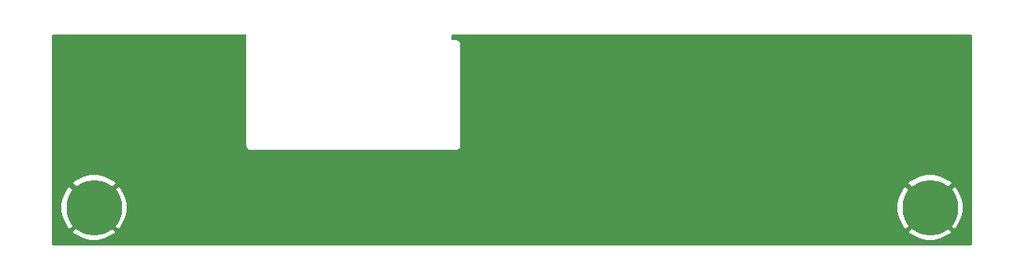
<source format=gbr>
%TF.GenerationSoftware,KiCad,Pcbnew,8.0.6*%
%TF.CreationDate,2025-01-17T17:54:04+00:00*%
%TF.ProjectId,left,6c656674-2e6b-4696-9361-645f70636258,rev?*%
%TF.SameCoordinates,Original*%
%TF.FileFunction,Copper,L2,Bot*%
%TF.FilePolarity,Positive*%
%FSLAX46Y46*%
G04 Gerber Fmt 4.6, Leading zero omitted, Abs format (unit mm)*
G04 Created by KiCad (PCBNEW 8.0.6) date 2025-01-17 17:54:04*
%MOMM*%
%LPD*%
G01*
G04 APERTURE LIST*
%TA.AperFunction,ComponentPad*%
%ADD10C,6.000000*%
%TD*%
G04 APERTURE END LIST*
D10*
%TO.P,H1,1*%
%TO.N,GND*%
X88900000Y-77400000D03*
%TD*%
%TO.P,H2,1*%
%TO.N,GND*%
X178900000Y-77400000D03*
%TD*%
%TA.AperFunction,Conductor*%
%TO.N,GND*%
G36*
X105242539Y-58720185D02*
G01*
X105288294Y-58772989D01*
X105299500Y-58824500D01*
X105299500Y-70765891D01*
X105333608Y-70893187D01*
X105366554Y-70950250D01*
X105399500Y-71007314D01*
X105492686Y-71100500D01*
X105606814Y-71166392D01*
X105734108Y-71200500D01*
X105734110Y-71200500D01*
X127865890Y-71200500D01*
X127865892Y-71200500D01*
X127993186Y-71166392D01*
X128107314Y-71100500D01*
X128200500Y-71007314D01*
X128266392Y-70893186D01*
X128300500Y-70765892D01*
X128300500Y-59734108D01*
X128266392Y-59606814D01*
X128200500Y-59492686D01*
X128107314Y-59399500D01*
X128050250Y-59366554D01*
X127993187Y-59333608D01*
X127929539Y-59316554D01*
X127865892Y-59299500D01*
X127865891Y-59299500D01*
X127524500Y-59299500D01*
X127457461Y-59279815D01*
X127411706Y-59227011D01*
X127400500Y-59175500D01*
X127400500Y-58824500D01*
X127420185Y-58757461D01*
X127472989Y-58711706D01*
X127524500Y-58700500D01*
X127734108Y-58700500D01*
X183275500Y-58700500D01*
X183342539Y-58720185D01*
X183388294Y-58772989D01*
X183399500Y-58824500D01*
X183399500Y-81375500D01*
X183379815Y-81442539D01*
X183327011Y-81488294D01*
X183275500Y-81499500D01*
X84524500Y-81499500D01*
X84457461Y-81479815D01*
X84411706Y-81427011D01*
X84400500Y-81375500D01*
X84400500Y-77399999D01*
X85395197Y-77399999D01*
X85395197Y-77400000D01*
X85414397Y-77766353D01*
X85471784Y-78128684D01*
X85471784Y-78128686D01*
X85566736Y-78483051D01*
X85698204Y-78825535D01*
X85864754Y-79152406D01*
X86064553Y-79460070D01*
X86253297Y-79693148D01*
X87605748Y-78340698D01*
X87679588Y-78442330D01*
X87857670Y-78620412D01*
X87959300Y-78694251D01*
X86606850Y-80046701D01*
X86839929Y-80235446D01*
X87147593Y-80435245D01*
X87474464Y-80601795D01*
X87816948Y-80733263D01*
X88171314Y-80828215D01*
X88533646Y-80885602D01*
X88899999Y-80904803D01*
X88900001Y-80904803D01*
X89266353Y-80885602D01*
X89628684Y-80828215D01*
X89628686Y-80828215D01*
X89983051Y-80733263D01*
X90325535Y-80601795D01*
X90652406Y-80435245D01*
X90960064Y-80235450D01*
X91193148Y-80046701D01*
X89840698Y-78694251D01*
X89942330Y-78620412D01*
X90120412Y-78442330D01*
X90194251Y-78340698D01*
X91546701Y-79693148D01*
X91735450Y-79460064D01*
X91935245Y-79152406D01*
X92101795Y-78825535D01*
X92233263Y-78483051D01*
X92328215Y-78128686D01*
X92328215Y-78128684D01*
X92385602Y-77766353D01*
X92404803Y-77400000D01*
X92404803Y-77399999D01*
X175395197Y-77399999D01*
X175395197Y-77400000D01*
X175414397Y-77766353D01*
X175471784Y-78128684D01*
X175471784Y-78128686D01*
X175566736Y-78483051D01*
X175698204Y-78825535D01*
X175864754Y-79152406D01*
X176064553Y-79460070D01*
X176253297Y-79693148D01*
X177605747Y-78340697D01*
X177679588Y-78442330D01*
X177857670Y-78620412D01*
X177959300Y-78694251D01*
X176606850Y-80046701D01*
X176839929Y-80235446D01*
X177147593Y-80435245D01*
X177474464Y-80601795D01*
X177816948Y-80733263D01*
X178171314Y-80828215D01*
X178533646Y-80885602D01*
X178899999Y-80904803D01*
X178900001Y-80904803D01*
X179266353Y-80885602D01*
X179628684Y-80828215D01*
X179628686Y-80828215D01*
X179983051Y-80733263D01*
X180325535Y-80601795D01*
X180652406Y-80435245D01*
X180960064Y-80235450D01*
X181193148Y-80046701D01*
X179840698Y-78694251D01*
X179942330Y-78620412D01*
X180120412Y-78442330D01*
X180194251Y-78340698D01*
X181546701Y-79693148D01*
X181735450Y-79460064D01*
X181935245Y-79152406D01*
X182101795Y-78825535D01*
X182233263Y-78483051D01*
X182328215Y-78128686D01*
X182328215Y-78128684D01*
X182385602Y-77766353D01*
X182404803Y-77400000D01*
X182404803Y-77399999D01*
X182385602Y-77033646D01*
X182328215Y-76671315D01*
X182328215Y-76671313D01*
X182233263Y-76316948D01*
X182101795Y-75974464D01*
X181935245Y-75647594D01*
X181735446Y-75339929D01*
X181546701Y-75106850D01*
X180194251Y-76459300D01*
X180120412Y-76357670D01*
X179942330Y-76179588D01*
X179840698Y-76105748D01*
X181193149Y-74753297D01*
X180960070Y-74564553D01*
X180652406Y-74364754D01*
X180325535Y-74198204D01*
X179983051Y-74066736D01*
X179628685Y-73971784D01*
X179266353Y-73914397D01*
X178900001Y-73895197D01*
X178899999Y-73895197D01*
X178533646Y-73914397D01*
X178171315Y-73971784D01*
X178171313Y-73971784D01*
X177816948Y-74066736D01*
X177474464Y-74198204D01*
X177147594Y-74364754D01*
X176839924Y-74564557D01*
X176606849Y-74753296D01*
X176606849Y-74753297D01*
X177959301Y-76105748D01*
X177857670Y-76179588D01*
X177679588Y-76357670D01*
X177605748Y-76459300D01*
X176253297Y-75106849D01*
X176253296Y-75106849D01*
X176064557Y-75339924D01*
X175864754Y-75647594D01*
X175698204Y-75974464D01*
X175566736Y-76316948D01*
X175471784Y-76671313D01*
X175471784Y-76671315D01*
X175414397Y-77033646D01*
X175395197Y-77399999D01*
X92404803Y-77399999D01*
X92385602Y-77033646D01*
X92328215Y-76671315D01*
X92328215Y-76671313D01*
X92233263Y-76316948D01*
X92101795Y-75974464D01*
X91935245Y-75647594D01*
X91735446Y-75339929D01*
X91546701Y-75106850D01*
X90194251Y-76459300D01*
X90120412Y-76357670D01*
X89942330Y-76179588D01*
X89840698Y-76105748D01*
X91193149Y-74753297D01*
X90960070Y-74564553D01*
X90652406Y-74364754D01*
X90325535Y-74198204D01*
X89983051Y-74066736D01*
X89628685Y-73971784D01*
X89266353Y-73914397D01*
X88900001Y-73895197D01*
X88899999Y-73895197D01*
X88533646Y-73914397D01*
X88171315Y-73971784D01*
X88171313Y-73971784D01*
X87816948Y-74066736D01*
X87474464Y-74198204D01*
X87147594Y-74364754D01*
X86839924Y-74564557D01*
X86606849Y-74753296D01*
X86606849Y-74753297D01*
X87959301Y-76105748D01*
X87857670Y-76179588D01*
X87679588Y-76357670D01*
X87605748Y-76459300D01*
X86253297Y-75106849D01*
X86253296Y-75106849D01*
X86064557Y-75339924D01*
X85864754Y-75647594D01*
X85698204Y-75974464D01*
X85566736Y-76316948D01*
X85471784Y-76671313D01*
X85471784Y-76671315D01*
X85414397Y-77033646D01*
X85395197Y-77399999D01*
X84400500Y-77399999D01*
X84400500Y-58824500D01*
X84420185Y-58757461D01*
X84472989Y-58711706D01*
X84524500Y-58700500D01*
X105175500Y-58700500D01*
X105242539Y-58720185D01*
G37*
%TD.AperFunction*%
%TD*%
M02*

</source>
